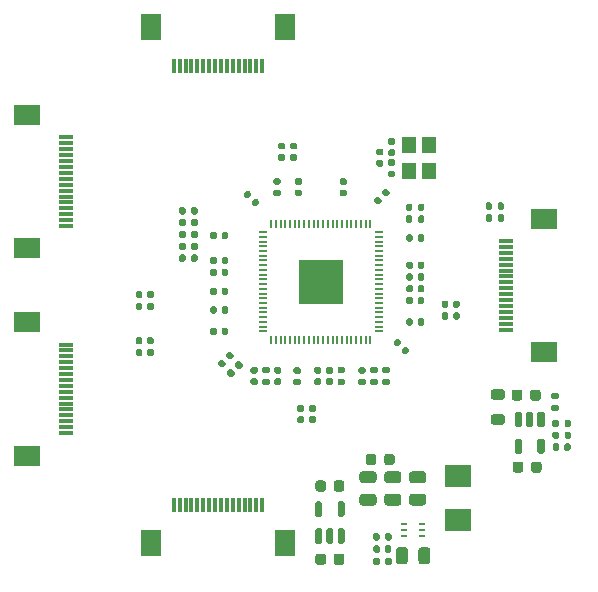
<source format=gbr>
G04 #@! TF.GenerationSoftware,KiCad,Pcbnew,8.0.4*
G04 #@! TF.CreationDate,2024-11-09T11:53:38-08:00*
G04 #@! TF.ProjectId,ASM2806_Breakout,41534d32-3830-4365-9f42-7265616b6f75,rev?*
G04 #@! TF.SameCoordinates,Original*
G04 #@! TF.FileFunction,Paste,Top*
G04 #@! TF.FilePolarity,Positive*
%FSLAX46Y46*%
G04 Gerber Fmt 4.6, Leading zero omitted, Abs format (unit mm)*
G04 Created by KiCad (PCBNEW 8.0.4) date 2024-11-09 11:53:38*
%MOMM*%
%LPD*%
G01*
G04 APERTURE LIST*
%ADD10R,1.300000X0.300000*%
%ADD11R,2.200000X1.800000*%
%ADD12O,0.800000X0.200000*%
%ADD13O,0.200000X0.800000*%
%ADD14R,3.750000X3.750000*%
%ADD15R,0.609600X0.279400*%
%ADD16R,1.200000X1.400000*%
%ADD17R,0.300000X1.300000*%
%ADD18R,1.800000X2.200000*%
%ADD19R,2.286000X1.854500*%
G04 APERTURE END LIST*
G04 #@! TO.C,R7*
G36*
G01*
X140757500Y-119015000D02*
X140757500Y-119385000D01*
G75*
G02*
X140622500Y-119520000I-135000J0D01*
G01*
X140352500Y-119520000D01*
G75*
G02*
X140217500Y-119385000I0J135000D01*
G01*
X140217500Y-119015000D01*
G75*
G02*
X140352500Y-118880000I135000J0D01*
G01*
X140622500Y-118880000D01*
G75*
G02*
X140757500Y-119015000I0J-135000D01*
G01*
G37*
G36*
G01*
X139737500Y-119015000D02*
X139737500Y-119385000D01*
G75*
G02*
X139602500Y-119520000I-135000J0D01*
G01*
X139332500Y-119520000D01*
G75*
G02*
X139197500Y-119385000I0J135000D01*
G01*
X139197500Y-119015000D01*
G75*
G02*
X139332500Y-118880000I135000J0D01*
G01*
X139602500Y-118880000D01*
G75*
G02*
X139737500Y-119015000I0J-135000D01*
G01*
G37*
G04 #@! TD*
G04 #@! TO.C,C25*
G36*
G01*
X151087500Y-130940000D02*
X150747500Y-130940000D01*
G75*
G02*
X150607500Y-130800000I0J140000D01*
G01*
X150607500Y-130520000D01*
G75*
G02*
X150747500Y-130380000I140000J0D01*
G01*
X151087500Y-130380000D01*
G75*
G02*
X151227500Y-130520000I0J-140000D01*
G01*
X151227500Y-130800000D01*
G75*
G02*
X151087500Y-130940000I-140000J0D01*
G01*
G37*
G36*
G01*
X151087500Y-129980000D02*
X150747500Y-129980000D01*
G75*
G02*
X150607500Y-129840000I0J140000D01*
G01*
X150607500Y-129560000D01*
G75*
G02*
X150747500Y-129420000I140000J0D01*
G01*
X151087500Y-129420000D01*
G75*
G02*
X151227500Y-129560000I0J-140000D01*
G01*
X151227500Y-129840000D01*
G75*
G02*
X151087500Y-129980000I-140000J0D01*
G01*
G37*
G04 #@! TD*
D10*
G04 #@! TO.C,J2*
X129577500Y-127516666D03*
X129577500Y-128016666D03*
X129577500Y-128516666D03*
X129577500Y-129016666D03*
X129577500Y-129516666D03*
X129577500Y-130016666D03*
X129577500Y-130516666D03*
X129577500Y-131016666D03*
X129577500Y-131516666D03*
X129577500Y-132016666D03*
X129577500Y-132516666D03*
X129577500Y-133016666D03*
X129577500Y-133516666D03*
X129577500Y-134016666D03*
X129577500Y-134516666D03*
X129577500Y-135016666D03*
D11*
X126327500Y-125616666D03*
X126327500Y-136916666D03*
G04 #@! TD*
G04 #@! TO.C,C16*
G36*
G01*
X149047500Y-111960000D02*
X148707500Y-111960000D01*
G75*
G02*
X148567500Y-111820000I0J140000D01*
G01*
X148567500Y-111540000D01*
G75*
G02*
X148707500Y-111400000I140000J0D01*
G01*
X149047500Y-111400000D01*
G75*
G02*
X149187500Y-111540000I0J-140000D01*
G01*
X149187500Y-111820000D01*
G75*
G02*
X149047500Y-111960000I-140000J0D01*
G01*
G37*
G36*
G01*
X149047500Y-111000000D02*
X148707500Y-111000000D01*
G75*
G02*
X148567500Y-110860000I0J140000D01*
G01*
X148567500Y-110580000D01*
G75*
G02*
X148707500Y-110440000I140000J0D01*
G01*
X149047500Y-110440000D01*
G75*
G02*
X149187500Y-110580000I0J-140000D01*
G01*
X149187500Y-110860000D01*
G75*
G02*
X149047500Y-111000000I-140000J0D01*
G01*
G37*
G04 #@! TD*
G04 #@! TO.C,C27*
G36*
G01*
X143482807Y-130257609D02*
X143242391Y-130017193D01*
G75*
G02*
X143242391Y-129819203I98995J98995D01*
G01*
X143440381Y-129621213D01*
G75*
G02*
X143638371Y-129621213I98995J-98995D01*
G01*
X143878787Y-129861629D01*
G75*
G02*
X143878787Y-130059619I-98995J-98995D01*
G01*
X143680797Y-130257609D01*
G75*
G02*
X143482807Y-130257609I-98995J98995D01*
G01*
G37*
G36*
G01*
X144161629Y-129578787D02*
X143921213Y-129338371D01*
G75*
G02*
X143921213Y-129140381I98995J98995D01*
G01*
X144119203Y-128942391D01*
G75*
G02*
X144317193Y-128942391I98995J-98995D01*
G01*
X144557609Y-129182807D01*
G75*
G02*
X144557609Y-129380797I-98995J-98995D01*
G01*
X144359619Y-129578787D01*
G75*
G02*
X144161629Y-129578787I-98995J98995D01*
G01*
G37*
G04 #@! TD*
G04 #@! TO.C,C18*
G36*
G01*
X149307500Y-132640000D02*
X149647500Y-132640000D01*
G75*
G02*
X149787500Y-132780000I0J-140000D01*
G01*
X149787500Y-133060000D01*
G75*
G02*
X149647500Y-133200000I-140000J0D01*
G01*
X149307500Y-133200000D01*
G75*
G02*
X149167500Y-133060000I0J140000D01*
G01*
X149167500Y-132780000D01*
G75*
G02*
X149307500Y-132640000I140000J0D01*
G01*
G37*
G36*
G01*
X149307500Y-133600000D02*
X149647500Y-133600000D01*
G75*
G02*
X149787500Y-133740000I0J-140000D01*
G01*
X149787500Y-134020000D01*
G75*
G02*
X149647500Y-134160000I-140000J0D01*
G01*
X149307500Y-134160000D01*
G75*
G02*
X149167500Y-134020000I0J140000D01*
G01*
X149167500Y-133740000D01*
G75*
G02*
X149307500Y-133600000I140000J0D01*
G01*
G37*
G04 #@! TD*
G04 #@! TO.C,R18*
G36*
G01*
X165130000Y-115985000D02*
X165130000Y-115615000D01*
G75*
G02*
X165265000Y-115480000I135000J0D01*
G01*
X165535000Y-115480000D01*
G75*
G02*
X165670000Y-115615000I0J-135000D01*
G01*
X165670000Y-115985000D01*
G75*
G02*
X165535000Y-116120000I-135000J0D01*
G01*
X165265000Y-116120000D01*
G75*
G02*
X165130000Y-115985000I0J135000D01*
G01*
G37*
G36*
G01*
X166150000Y-115985000D02*
X166150000Y-115615000D01*
G75*
G02*
X166285000Y-115480000I135000J0D01*
G01*
X166555000Y-115480000D01*
G75*
G02*
X166690000Y-115615000I0J-135000D01*
G01*
X166690000Y-115985000D01*
G75*
G02*
X166555000Y-116120000I-135000J0D01*
G01*
X166285000Y-116120000D01*
G75*
G02*
X166150000Y-115985000I0J135000D01*
G01*
G37*
G04 #@! TD*
G04 #@! TO.C,C31*
G36*
G01*
X159937500Y-121630000D02*
X159937500Y-121970000D01*
G75*
G02*
X159797500Y-122110000I-140000J0D01*
G01*
X159517500Y-122110000D01*
G75*
G02*
X159377500Y-121970000I0J140000D01*
G01*
X159377500Y-121630000D01*
G75*
G02*
X159517500Y-121490000I140000J0D01*
G01*
X159797500Y-121490000D01*
G75*
G02*
X159937500Y-121630000I0J-140000D01*
G01*
G37*
G36*
G01*
X158977500Y-121630000D02*
X158977500Y-121970000D01*
G75*
G02*
X158837500Y-122110000I-140000J0D01*
G01*
X158557500Y-122110000D01*
G75*
G02*
X158417500Y-121970000I0J140000D01*
G01*
X158417500Y-121630000D01*
G75*
G02*
X158557500Y-121490000I140000J0D01*
G01*
X158837500Y-121490000D01*
G75*
G02*
X158977500Y-121630000I0J-140000D01*
G01*
G37*
G04 #@! TD*
G04 #@! TO.C,R3*
G36*
G01*
X155515000Y-129400000D02*
X155885000Y-129400000D01*
G75*
G02*
X156020000Y-129535000I0J-135000D01*
G01*
X156020000Y-129805000D01*
G75*
G02*
X155885000Y-129940000I-135000J0D01*
G01*
X155515000Y-129940000D01*
G75*
G02*
X155380000Y-129805000I0J135000D01*
G01*
X155380000Y-129535000D01*
G75*
G02*
X155515000Y-129400000I135000J0D01*
G01*
G37*
G36*
G01*
X155515000Y-130420000D02*
X155885000Y-130420000D01*
G75*
G02*
X156020000Y-130555000I0J-135000D01*
G01*
X156020000Y-130825000D01*
G75*
G02*
X155885000Y-130960000I-135000J0D01*
G01*
X155515000Y-130960000D01*
G75*
G02*
X155380000Y-130825000I0J135000D01*
G01*
X155380000Y-130555000D01*
G75*
G02*
X155515000Y-130420000I135000J0D01*
G01*
G37*
G04 #@! TD*
G04 #@! TO.C,C28*
G36*
G01*
X152087500Y-130940000D02*
X151747500Y-130940000D01*
G75*
G02*
X151607500Y-130800000I0J140000D01*
G01*
X151607500Y-130520000D01*
G75*
G02*
X151747500Y-130380000I140000J0D01*
G01*
X152087500Y-130380000D01*
G75*
G02*
X152227500Y-130520000I0J-140000D01*
G01*
X152227500Y-130800000D01*
G75*
G02*
X152087500Y-130940000I-140000J0D01*
G01*
G37*
G36*
G01*
X152087500Y-129980000D02*
X151747500Y-129980000D01*
G75*
G02*
X151607500Y-129840000I0J140000D01*
G01*
X151607500Y-129560000D01*
G75*
G02*
X151747500Y-129420000I140000J0D01*
G01*
X152087500Y-129420000D01*
G75*
G02*
X152227500Y-129560000I0J-140000D01*
G01*
X152227500Y-129840000D01*
G75*
G02*
X152087500Y-129980000I-140000J0D01*
G01*
G37*
G04 #@! TD*
G04 #@! TO.C,C22*
G36*
G01*
X157752500Y-141150000D02*
X156802500Y-141150000D01*
G75*
G02*
X156552500Y-140900000I0J250000D01*
G01*
X156552500Y-140400000D01*
G75*
G02*
X156802500Y-140150000I250000J0D01*
G01*
X157752500Y-140150000D01*
G75*
G02*
X158002500Y-140400000I0J-250000D01*
G01*
X158002500Y-140900000D01*
G75*
G02*
X157752500Y-141150000I-250000J0D01*
G01*
G37*
G36*
G01*
X157752500Y-139250000D02*
X156802500Y-139250000D01*
G75*
G02*
X156552500Y-139000000I0J250000D01*
G01*
X156552500Y-138500000D01*
G75*
G02*
X156802500Y-138250000I250000J0D01*
G01*
X157752500Y-138250000D01*
G75*
G02*
X158002500Y-138500000I0J-250000D01*
G01*
X158002500Y-139000000D01*
G75*
G02*
X157752500Y-139250000I-250000J0D01*
G01*
G37*
G04 #@! TD*
D12*
G04 #@! TO.C,U4*
X146277500Y-118000000D03*
X146277500Y-118400000D03*
X146277500Y-118800000D03*
X146277500Y-119200000D03*
X146277500Y-119600000D03*
X146277500Y-120000000D03*
X146277500Y-120400000D03*
X146277500Y-120800000D03*
X146277500Y-121200000D03*
X146277500Y-121600000D03*
X146277500Y-122000000D03*
X146277500Y-122400000D03*
X146277500Y-122800000D03*
X146277500Y-123200000D03*
X146277500Y-123600000D03*
X146277500Y-124000000D03*
X146277500Y-124400000D03*
X146277500Y-124800000D03*
X146277500Y-125200000D03*
X146277500Y-125600000D03*
X146277500Y-126000000D03*
X146277500Y-126400000D03*
D13*
X146977500Y-127100000D03*
X147377500Y-127100000D03*
X147777500Y-127100000D03*
X148177500Y-127100000D03*
X148577500Y-127100000D03*
X148977500Y-127100000D03*
X149377500Y-127100000D03*
X149777500Y-127100000D03*
X150177500Y-127100000D03*
X150577500Y-127100000D03*
X150977500Y-127100000D03*
X151377500Y-127100000D03*
X151777500Y-127100000D03*
X152177500Y-127100000D03*
X152577500Y-127100000D03*
X152977500Y-127100000D03*
X153377500Y-127100000D03*
X153777500Y-127100000D03*
X154177500Y-127100000D03*
X154577500Y-127100000D03*
X154977500Y-127100000D03*
X155377500Y-127100000D03*
D12*
X156077500Y-126400000D03*
X156077500Y-126000000D03*
X156077500Y-125600000D03*
X156077500Y-125200000D03*
X156077500Y-124800000D03*
X156077500Y-124400000D03*
X156077500Y-124000000D03*
X156077500Y-123600000D03*
X156077500Y-123200000D03*
X156077500Y-122800000D03*
X156077500Y-122400000D03*
X156077500Y-122000000D03*
X156077500Y-121600000D03*
X156077500Y-121200000D03*
X156077500Y-120800000D03*
X156077500Y-120400000D03*
X156077500Y-120000000D03*
X156077500Y-119600000D03*
X156077500Y-119200000D03*
X156077500Y-118800000D03*
X156077500Y-118400000D03*
X156077500Y-118000000D03*
D13*
X155377500Y-117300000D03*
X154977500Y-117300000D03*
X154577500Y-117300000D03*
X154177500Y-117300000D03*
X153777500Y-117300000D03*
X153377500Y-117300000D03*
X152977500Y-117300000D03*
X152577500Y-117300000D03*
X152177500Y-117300000D03*
X151777500Y-117300000D03*
X151377500Y-117300000D03*
X150977500Y-117300000D03*
X150577500Y-117300000D03*
X150177500Y-117300000D03*
X149777500Y-117300000D03*
X149377500Y-117300000D03*
X148977500Y-117300000D03*
X148577500Y-117300000D03*
X148177500Y-117300000D03*
X147777500Y-117300000D03*
X147377500Y-117300000D03*
X146977500Y-117300000D03*
D14*
X151177500Y-122200000D03*
G04 #@! TD*
G04 #@! TO.C,C33*
G36*
G01*
X152907500Y-113440000D02*
X153247500Y-113440000D01*
G75*
G02*
X153387500Y-113580000I0J-140000D01*
G01*
X153387500Y-113860000D01*
G75*
G02*
X153247500Y-114000000I-140000J0D01*
G01*
X152907500Y-114000000D01*
G75*
G02*
X152767500Y-113860000I0J140000D01*
G01*
X152767500Y-113580000D01*
G75*
G02*
X152907500Y-113440000I140000J0D01*
G01*
G37*
G36*
G01*
X152907500Y-114400000D02*
X153247500Y-114400000D01*
G75*
G02*
X153387500Y-114540000I0J-140000D01*
G01*
X153387500Y-114820000D01*
G75*
G02*
X153247500Y-114960000I-140000J0D01*
G01*
X152907500Y-114960000D01*
G75*
G02*
X152767500Y-114820000I0J140000D01*
G01*
X152767500Y-114540000D01*
G75*
G02*
X152907500Y-114400000I140000J0D01*
G01*
G37*
G04 #@! TD*
D15*
G04 #@! TO.C,U1*
X159726800Y-143750126D03*
X159726800Y-143250000D03*
X159726800Y-142749874D03*
X158228200Y-142749874D03*
X158228200Y-143250000D03*
X158228200Y-143750126D03*
G04 #@! TD*
G04 #@! TO.C,C17*
G36*
G01*
X148047500Y-111960000D02*
X147707500Y-111960000D01*
G75*
G02*
X147567500Y-111820000I0J140000D01*
G01*
X147567500Y-111540000D01*
G75*
G02*
X147707500Y-111400000I140000J0D01*
G01*
X148047500Y-111400000D01*
G75*
G02*
X148187500Y-111540000I0J-140000D01*
G01*
X148187500Y-111820000D01*
G75*
G02*
X148047500Y-111960000I-140000J0D01*
G01*
G37*
G36*
G01*
X148047500Y-111000000D02*
X147707500Y-111000000D01*
G75*
G02*
X147567500Y-110860000I0J140000D01*
G01*
X147567500Y-110580000D01*
G75*
G02*
X147707500Y-110440000I140000J0D01*
G01*
X148047500Y-110440000D01*
G75*
G02*
X148187500Y-110580000I0J-140000D01*
G01*
X148187500Y-110860000D01*
G75*
G02*
X148047500Y-111000000I-140000J0D01*
G01*
G37*
G04 #@! TD*
G04 #@! TO.C,C42*
G36*
G01*
X159937500Y-125430000D02*
X159937500Y-125770000D01*
G75*
G02*
X159797500Y-125910000I-140000J0D01*
G01*
X159517500Y-125910000D01*
G75*
G02*
X159377500Y-125770000I0J140000D01*
G01*
X159377500Y-125430000D01*
G75*
G02*
X159517500Y-125290000I140000J0D01*
G01*
X159797500Y-125290000D01*
G75*
G02*
X159937500Y-125430000I0J-140000D01*
G01*
G37*
G36*
G01*
X158977500Y-125430000D02*
X158977500Y-125770000D01*
G75*
G02*
X158837500Y-125910000I-140000J0D01*
G01*
X158557500Y-125910000D01*
G75*
G02*
X158417500Y-125770000I0J140000D01*
G01*
X158417500Y-125430000D01*
G75*
G02*
X158557500Y-125290000I140000J0D01*
G01*
X158837500Y-125290000D01*
G75*
G02*
X158977500Y-125430000I0J-140000D01*
G01*
G37*
G04 #@! TD*
G04 #@! TO.C,R11*
G36*
G01*
X146722500Y-130960000D02*
X146352500Y-130960000D01*
G75*
G02*
X146217500Y-130825000I0J135000D01*
G01*
X146217500Y-130555000D01*
G75*
G02*
X146352500Y-130420000I135000J0D01*
G01*
X146722500Y-130420000D01*
G75*
G02*
X146857500Y-130555000I0J-135000D01*
G01*
X146857500Y-130825000D01*
G75*
G02*
X146722500Y-130960000I-135000J0D01*
G01*
G37*
G36*
G01*
X146722500Y-129940000D02*
X146352500Y-129940000D01*
G75*
G02*
X146217500Y-129805000I0J135000D01*
G01*
X146217500Y-129535000D01*
G75*
G02*
X146352500Y-129400000I135000J0D01*
G01*
X146722500Y-129400000D01*
G75*
G02*
X146857500Y-129535000I0J-135000D01*
G01*
X146857500Y-129805000D01*
G75*
G02*
X146722500Y-129940000I-135000J0D01*
G01*
G37*
G04 #@! TD*
G04 #@! TO.C,R10*
G36*
G01*
X159957500Y-115715000D02*
X159957500Y-116085000D01*
G75*
G02*
X159822500Y-116220000I-135000J0D01*
G01*
X159552500Y-116220000D01*
G75*
G02*
X159417500Y-116085000I0J135000D01*
G01*
X159417500Y-115715000D01*
G75*
G02*
X159552500Y-115580000I135000J0D01*
G01*
X159822500Y-115580000D01*
G75*
G02*
X159957500Y-115715000I0J-135000D01*
G01*
G37*
G36*
G01*
X158937500Y-115715000D02*
X158937500Y-116085000D01*
G75*
G02*
X158802500Y-116220000I-135000J0D01*
G01*
X158532500Y-116220000D01*
G75*
G02*
X158397500Y-116085000I0J135000D01*
G01*
X158397500Y-115715000D01*
G75*
G02*
X158532500Y-115580000I135000J0D01*
G01*
X158802500Y-115580000D01*
G75*
G02*
X158937500Y-115715000I0J-135000D01*
G01*
G37*
G04 #@! TD*
G04 #@! TO.C,FB1*
G36*
G01*
X157425000Y-136993750D02*
X157425000Y-137506250D01*
G75*
G02*
X157206250Y-137725000I-218750J0D01*
G01*
X156768750Y-137725000D01*
G75*
G02*
X156550000Y-137506250I0J218750D01*
G01*
X156550000Y-136993750D01*
G75*
G02*
X156768750Y-136775000I218750J0D01*
G01*
X157206250Y-136775000D01*
G75*
G02*
X157425000Y-136993750I0J-218750D01*
G01*
G37*
G36*
G01*
X155850000Y-136993750D02*
X155850000Y-137506250D01*
G75*
G02*
X155631250Y-137725000I-218750J0D01*
G01*
X155193750Y-137725000D01*
G75*
G02*
X154975000Y-137506250I0J218750D01*
G01*
X154975000Y-136993750D01*
G75*
G02*
X155193750Y-136775000I218750J0D01*
G01*
X155631250Y-136775000D01*
G75*
G02*
X155850000Y-136993750I0J-218750D01*
G01*
G37*
G04 #@! TD*
G04 #@! TO.C,C46*
G36*
G01*
X141817500Y-123170000D02*
X141817500Y-122830000D01*
G75*
G02*
X141957500Y-122690000I140000J0D01*
G01*
X142237500Y-122690000D01*
G75*
G02*
X142377500Y-122830000I0J-140000D01*
G01*
X142377500Y-123170000D01*
G75*
G02*
X142237500Y-123310000I-140000J0D01*
G01*
X141957500Y-123310000D01*
G75*
G02*
X141817500Y-123170000I0J140000D01*
G01*
G37*
G36*
G01*
X142777500Y-123170000D02*
X142777500Y-122830000D01*
G75*
G02*
X142917500Y-122690000I140000J0D01*
G01*
X143197500Y-122690000D01*
G75*
G02*
X143337500Y-122830000I0J-140000D01*
G01*
X143337500Y-123170000D01*
G75*
G02*
X143197500Y-123310000I-140000J0D01*
G01*
X142917500Y-123310000D01*
G75*
G02*
X142777500Y-123170000I0J140000D01*
G01*
G37*
G04 #@! TD*
G04 #@! TO.C,C5*
G36*
G01*
X170817500Y-136370000D02*
X170817500Y-136030000D01*
G75*
G02*
X170957500Y-135890000I140000J0D01*
G01*
X171237500Y-135890000D01*
G75*
G02*
X171377500Y-136030000I0J-140000D01*
G01*
X171377500Y-136370000D01*
G75*
G02*
X171237500Y-136510000I-140000J0D01*
G01*
X170957500Y-136510000D01*
G75*
G02*
X170817500Y-136370000I0J140000D01*
G01*
G37*
G36*
G01*
X171777500Y-136370000D02*
X171777500Y-136030000D01*
G75*
G02*
X171917500Y-135890000I140000J0D01*
G01*
X172197500Y-135890000D01*
G75*
G02*
X172337500Y-136030000I0J-140000D01*
G01*
X172337500Y-136370000D01*
G75*
G02*
X172197500Y-136510000I-140000J0D01*
G01*
X171917500Y-136510000D01*
G75*
G02*
X171777500Y-136370000I0J140000D01*
G01*
G37*
G04 #@! TD*
G04 #@! TO.C,C4*
G36*
G01*
X160450000Y-144925000D02*
X160450000Y-145875000D01*
G75*
G02*
X160200000Y-146125000I-250000J0D01*
G01*
X159700000Y-146125000D01*
G75*
G02*
X159450000Y-145875000I0J250000D01*
G01*
X159450000Y-144925000D01*
G75*
G02*
X159700000Y-144675000I250000J0D01*
G01*
X160200000Y-144675000D01*
G75*
G02*
X160450000Y-144925000I0J-250000D01*
G01*
G37*
G36*
G01*
X158550000Y-144925000D02*
X158550000Y-145875000D01*
G75*
G02*
X158300000Y-146125000I-250000J0D01*
G01*
X157800000Y-146125000D01*
G75*
G02*
X157550000Y-145875000I0J250000D01*
G01*
X157550000Y-144925000D01*
G75*
G02*
X157800000Y-144675000I250000J0D01*
G01*
X158300000Y-144675000D01*
G75*
G02*
X158550000Y-144925000I0J-250000D01*
G01*
G37*
G04 #@! TD*
G04 #@! TO.C,C3*
G36*
G01*
X157347500Y-111560000D02*
X157007500Y-111560000D01*
G75*
G02*
X156867500Y-111420000I0J140000D01*
G01*
X156867500Y-111140000D01*
G75*
G02*
X157007500Y-111000000I140000J0D01*
G01*
X157347500Y-111000000D01*
G75*
G02*
X157487500Y-111140000I0J-140000D01*
G01*
X157487500Y-111420000D01*
G75*
G02*
X157347500Y-111560000I-140000J0D01*
G01*
G37*
G36*
G01*
X157347500Y-110600000D02*
X157007500Y-110600000D01*
G75*
G02*
X156867500Y-110460000I0J140000D01*
G01*
X156867500Y-110180000D01*
G75*
G02*
X157007500Y-110040000I140000J0D01*
G01*
X157347500Y-110040000D01*
G75*
G02*
X157487500Y-110180000I0J-140000D01*
G01*
X157487500Y-110460000D01*
G75*
G02*
X157347500Y-110600000I-140000J0D01*
G01*
G37*
G04 #@! TD*
G04 #@! TO.C,C39*
G36*
G01*
X141817500Y-124770000D02*
X141817500Y-124430000D01*
G75*
G02*
X141957500Y-124290000I140000J0D01*
G01*
X142237500Y-124290000D01*
G75*
G02*
X142377500Y-124430000I0J-140000D01*
G01*
X142377500Y-124770000D01*
G75*
G02*
X142237500Y-124910000I-140000J0D01*
G01*
X141957500Y-124910000D01*
G75*
G02*
X141817500Y-124770000I0J140000D01*
G01*
G37*
G36*
G01*
X142777500Y-124770000D02*
X142777500Y-124430000D01*
G75*
G02*
X142917500Y-124290000I140000J0D01*
G01*
X143197500Y-124290000D01*
G75*
G02*
X143337500Y-124430000I0J-140000D01*
G01*
X143337500Y-124770000D01*
G75*
G02*
X143197500Y-124910000I-140000J0D01*
G01*
X142917500Y-124910000D01*
G75*
G02*
X142777500Y-124770000I0J140000D01*
G01*
G37*
G04 #@! TD*
G04 #@! TO.C,R16*
G36*
G01*
X170797500Y-134385000D02*
X170797500Y-134015000D01*
G75*
G02*
X170932500Y-133880000I135000J0D01*
G01*
X171202500Y-133880000D01*
G75*
G02*
X171337500Y-134015000I0J-135000D01*
G01*
X171337500Y-134385000D01*
G75*
G02*
X171202500Y-134520000I-135000J0D01*
G01*
X170932500Y-134520000D01*
G75*
G02*
X170797500Y-134385000I0J135000D01*
G01*
G37*
G36*
G01*
X171817500Y-134385000D02*
X171817500Y-134015000D01*
G75*
G02*
X171952500Y-133880000I135000J0D01*
G01*
X172222500Y-133880000D01*
G75*
G02*
X172357500Y-134015000I0J-135000D01*
G01*
X172357500Y-134385000D01*
G75*
G02*
X172222500Y-134520000I-135000J0D01*
G01*
X171952500Y-134520000D01*
G75*
G02*
X171817500Y-134385000I0J135000D01*
G01*
G37*
G04 #@! TD*
G04 #@! TO.C,C29*
G36*
G01*
X159937500Y-118330000D02*
X159937500Y-118670000D01*
G75*
G02*
X159797500Y-118810000I-140000J0D01*
G01*
X159517500Y-118810000D01*
G75*
G02*
X159377500Y-118670000I0J140000D01*
G01*
X159377500Y-118330000D01*
G75*
G02*
X159517500Y-118190000I140000J0D01*
G01*
X159797500Y-118190000D01*
G75*
G02*
X159937500Y-118330000I0J-140000D01*
G01*
G37*
G36*
G01*
X158977500Y-118330000D02*
X158977500Y-118670000D01*
G75*
G02*
X158837500Y-118810000I-140000J0D01*
G01*
X158557500Y-118810000D01*
G75*
G02*
X158417500Y-118670000I0J140000D01*
G01*
X158417500Y-118330000D01*
G75*
G02*
X158557500Y-118190000I140000J0D01*
G01*
X158837500Y-118190000D01*
G75*
G02*
X158977500Y-118330000I0J-140000D01*
G01*
G37*
G04 #@! TD*
D16*
G04 #@! TO.C,Y1*
X160327500Y-112850000D03*
X160327500Y-110650000D03*
X158627500Y-110650000D03*
X158627500Y-112850000D03*
G04 #@! TD*
G04 #@! TO.C,C30*
G36*
G01*
X159937500Y-120630000D02*
X159937500Y-120970000D01*
G75*
G02*
X159797500Y-121110000I-140000J0D01*
G01*
X159517500Y-121110000D01*
G75*
G02*
X159377500Y-120970000I0J140000D01*
G01*
X159377500Y-120630000D01*
G75*
G02*
X159517500Y-120490000I140000J0D01*
G01*
X159797500Y-120490000D01*
G75*
G02*
X159937500Y-120630000I0J-140000D01*
G01*
G37*
G36*
G01*
X158977500Y-120630000D02*
X158977500Y-120970000D01*
G75*
G02*
X158837500Y-121110000I-140000J0D01*
G01*
X158557500Y-121110000D01*
G75*
G02*
X158417500Y-120970000I0J140000D01*
G01*
X158417500Y-120630000D01*
G75*
G02*
X158557500Y-120490000I140000J0D01*
G01*
X158837500Y-120490000D01*
G75*
G02*
X158977500Y-120630000I0J-140000D01*
G01*
G37*
G04 #@! TD*
G04 #@! TO.C,C14*
G36*
G01*
X137037500Y-123130000D02*
X137037500Y-123470000D01*
G75*
G02*
X136897500Y-123610000I-140000J0D01*
G01*
X136617500Y-123610000D01*
G75*
G02*
X136477500Y-123470000I0J140000D01*
G01*
X136477500Y-123130000D01*
G75*
G02*
X136617500Y-122990000I140000J0D01*
G01*
X136897500Y-122990000D01*
G75*
G02*
X137037500Y-123130000I0J-140000D01*
G01*
G37*
G36*
G01*
X136077500Y-123130000D02*
X136077500Y-123470000D01*
G75*
G02*
X135937500Y-123610000I-140000J0D01*
G01*
X135657500Y-123610000D01*
G75*
G02*
X135517500Y-123470000I0J140000D01*
G01*
X135517500Y-123130000D01*
G75*
G02*
X135657500Y-122990000I140000J0D01*
G01*
X135937500Y-122990000D01*
G75*
G02*
X136077500Y-123130000I0J-140000D01*
G01*
G37*
G04 #@! TD*
G04 #@! TO.C,C36*
G36*
G01*
X149107500Y-113440000D02*
X149447500Y-113440000D01*
G75*
G02*
X149587500Y-113580000I0J-140000D01*
G01*
X149587500Y-113860000D01*
G75*
G02*
X149447500Y-114000000I-140000J0D01*
G01*
X149107500Y-114000000D01*
G75*
G02*
X148967500Y-113860000I0J140000D01*
G01*
X148967500Y-113580000D01*
G75*
G02*
X149107500Y-113440000I140000J0D01*
G01*
G37*
G36*
G01*
X149107500Y-114400000D02*
X149447500Y-114400000D01*
G75*
G02*
X149587500Y-114540000I0J-140000D01*
G01*
X149587500Y-114820000D01*
G75*
G02*
X149447500Y-114960000I-140000J0D01*
G01*
X149107500Y-114960000D01*
G75*
G02*
X148967500Y-114820000I0J140000D01*
G01*
X148967500Y-114540000D01*
G75*
G02*
X149107500Y-114400000I140000J0D01*
G01*
G37*
G04 #@! TD*
G04 #@! TO.C,C19*
G36*
G01*
X150307500Y-132640000D02*
X150647500Y-132640000D01*
G75*
G02*
X150787500Y-132780000I0J-140000D01*
G01*
X150787500Y-133060000D01*
G75*
G02*
X150647500Y-133200000I-140000J0D01*
G01*
X150307500Y-133200000D01*
G75*
G02*
X150167500Y-133060000I0J140000D01*
G01*
X150167500Y-132780000D01*
G75*
G02*
X150307500Y-132640000I140000J0D01*
G01*
G37*
G36*
G01*
X150307500Y-133600000D02*
X150647500Y-133600000D01*
G75*
G02*
X150787500Y-133740000I0J-140000D01*
G01*
X150787500Y-134020000D01*
G75*
G02*
X150647500Y-134160000I-140000J0D01*
G01*
X150307500Y-134160000D01*
G75*
G02*
X150167500Y-134020000I0J140000D01*
G01*
X150167500Y-133740000D01*
G75*
G02*
X150307500Y-133600000I140000J0D01*
G01*
G37*
G04 #@! TD*
G04 #@! TO.C,C47*
G36*
G01*
X141817500Y-126570000D02*
X141817500Y-126230000D01*
G75*
G02*
X141957500Y-126090000I140000J0D01*
G01*
X142237500Y-126090000D01*
G75*
G02*
X142377500Y-126230000I0J-140000D01*
G01*
X142377500Y-126570000D01*
G75*
G02*
X142237500Y-126710000I-140000J0D01*
G01*
X141957500Y-126710000D01*
G75*
G02*
X141817500Y-126570000I0J140000D01*
G01*
G37*
G36*
G01*
X142777500Y-126570000D02*
X142777500Y-126230000D01*
G75*
G02*
X142917500Y-126090000I140000J0D01*
G01*
X143197500Y-126090000D01*
G75*
G02*
X143337500Y-126230000I0J-140000D01*
G01*
X143337500Y-126570000D01*
G75*
G02*
X143197500Y-126710000I-140000J0D01*
G01*
X142917500Y-126710000D01*
G75*
G02*
X142777500Y-126570000I0J140000D01*
G01*
G37*
G04 #@! TD*
D17*
G04 #@! TO.C,J5*
X138727500Y-141100000D03*
X139227500Y-141100000D03*
X139727500Y-141100000D03*
X140227500Y-141100000D03*
X140727500Y-141100000D03*
X141227500Y-141100000D03*
X141727500Y-141100000D03*
X142227500Y-141100000D03*
X142727500Y-141100000D03*
X143227500Y-141100000D03*
X143727500Y-141100000D03*
X144227500Y-141100000D03*
X144727500Y-141100000D03*
X145227500Y-141100000D03*
X145727500Y-141100000D03*
X146227500Y-141100000D03*
D18*
X136827500Y-144350000D03*
X148127500Y-144350000D03*
G04 #@! TD*
D17*
G04 #@! TO.C,J4*
X146227500Y-103900000D03*
X145727500Y-103900000D03*
X145227500Y-103900000D03*
X144727500Y-103900000D03*
X144227500Y-103900000D03*
X143727500Y-103900000D03*
X143227500Y-103900000D03*
X142727500Y-103900000D03*
X142227500Y-103900000D03*
X141727500Y-103900000D03*
X141227500Y-103900000D03*
X140727500Y-103900000D03*
X140227500Y-103900000D03*
X139727500Y-103900000D03*
X139227500Y-103900000D03*
X138727500Y-103900000D03*
D18*
X148127500Y-100650000D03*
X136827500Y-100650000D03*
G04 #@! TD*
G04 #@! TO.C,C7*
G36*
G01*
X150725000Y-139750000D02*
X150725000Y-139250000D01*
G75*
G02*
X150950000Y-139025000I225000J0D01*
G01*
X151400000Y-139025000D01*
G75*
G02*
X151625000Y-139250000I0J-225000D01*
G01*
X151625000Y-139750000D01*
G75*
G02*
X151400000Y-139975000I-225000J0D01*
G01*
X150950000Y-139975000D01*
G75*
G02*
X150725000Y-139750000I0J225000D01*
G01*
G37*
G36*
G01*
X152275000Y-139750000D02*
X152275000Y-139250000D01*
G75*
G02*
X152500000Y-139025000I225000J0D01*
G01*
X152950000Y-139025000D01*
G75*
G02*
X153175000Y-139250000I0J-225000D01*
G01*
X153175000Y-139750000D01*
G75*
G02*
X152950000Y-139975000I-225000J0D01*
G01*
X152500000Y-139975000D01*
G75*
G02*
X152275000Y-139750000I0J225000D01*
G01*
G37*
G04 #@! TD*
G04 #@! TO.C,R14*
G36*
G01*
X155620000Y-143985000D02*
X155620000Y-143615000D01*
G75*
G02*
X155755000Y-143480000I135000J0D01*
G01*
X156025000Y-143480000D01*
G75*
G02*
X156160000Y-143615000I0J-135000D01*
G01*
X156160000Y-143985000D01*
G75*
G02*
X156025000Y-144120000I-135000J0D01*
G01*
X155755000Y-144120000D01*
G75*
G02*
X155620000Y-143985000I0J135000D01*
G01*
G37*
G36*
G01*
X156640000Y-143985000D02*
X156640000Y-143615000D01*
G75*
G02*
X156775000Y-143480000I135000J0D01*
G01*
X157045000Y-143480000D01*
G75*
G02*
X157180000Y-143615000I0J-135000D01*
G01*
X157180000Y-143985000D01*
G75*
G02*
X157045000Y-144120000I-135000J0D01*
G01*
X156775000Y-144120000D01*
G75*
G02*
X156640000Y-143985000I0J135000D01*
G01*
G37*
G04 #@! TD*
G04 #@! TO.C,C26*
G36*
G01*
X154847500Y-130960000D02*
X154507500Y-130960000D01*
G75*
G02*
X154367500Y-130820000I0J140000D01*
G01*
X154367500Y-130540000D01*
G75*
G02*
X154507500Y-130400000I140000J0D01*
G01*
X154847500Y-130400000D01*
G75*
G02*
X154987500Y-130540000I0J-140000D01*
G01*
X154987500Y-130820000D01*
G75*
G02*
X154847500Y-130960000I-140000J0D01*
G01*
G37*
G36*
G01*
X154847500Y-130000000D02*
X154507500Y-130000000D01*
G75*
G02*
X154367500Y-129860000I0J140000D01*
G01*
X154367500Y-129580000D01*
G75*
G02*
X154507500Y-129440000I140000J0D01*
G01*
X154847500Y-129440000D01*
G75*
G02*
X154987500Y-129580000I0J-140000D01*
G01*
X154987500Y-129860000D01*
G75*
G02*
X154847500Y-130000000I-140000J0D01*
G01*
G37*
G04 #@! TD*
G04 #@! TO.C,C38*
G36*
G01*
X141817500Y-121570000D02*
X141817500Y-121230000D01*
G75*
G02*
X141957500Y-121090000I140000J0D01*
G01*
X142237500Y-121090000D01*
G75*
G02*
X142377500Y-121230000I0J-140000D01*
G01*
X142377500Y-121570000D01*
G75*
G02*
X142237500Y-121710000I-140000J0D01*
G01*
X141957500Y-121710000D01*
G75*
G02*
X141817500Y-121570000I0J140000D01*
G01*
G37*
G36*
G01*
X142777500Y-121570000D02*
X142777500Y-121230000D01*
G75*
G02*
X142917500Y-121090000I140000J0D01*
G01*
X143197500Y-121090000D01*
G75*
G02*
X143337500Y-121230000I0J-140000D01*
G01*
X143337500Y-121570000D01*
G75*
G02*
X143197500Y-121710000I-140000J0D01*
G01*
X142917500Y-121710000D01*
G75*
G02*
X142777500Y-121570000I0J140000D01*
G01*
G37*
G04 #@! TD*
G04 #@! TO.C,R17*
G36*
G01*
X171185000Y-133180000D02*
X170815000Y-133180000D01*
G75*
G02*
X170680000Y-133045000I0J135000D01*
G01*
X170680000Y-132775000D01*
G75*
G02*
X170815000Y-132640000I135000J0D01*
G01*
X171185000Y-132640000D01*
G75*
G02*
X171320000Y-132775000I0J-135000D01*
G01*
X171320000Y-133045000D01*
G75*
G02*
X171185000Y-133180000I-135000J0D01*
G01*
G37*
G36*
G01*
X171185000Y-132160000D02*
X170815000Y-132160000D01*
G75*
G02*
X170680000Y-132025000I0J135000D01*
G01*
X170680000Y-131755000D01*
G75*
G02*
X170815000Y-131620000I135000J0D01*
G01*
X171185000Y-131620000D01*
G75*
G02*
X171320000Y-131755000I0J-135000D01*
G01*
X171320000Y-132025000D01*
G75*
G02*
X171185000Y-132160000I-135000J0D01*
G01*
G37*
G04 #@! TD*
G04 #@! TO.C,R5*
G36*
G01*
X140757500Y-116015000D02*
X140757500Y-116385000D01*
G75*
G02*
X140622500Y-116520000I-135000J0D01*
G01*
X140352500Y-116520000D01*
G75*
G02*
X140217500Y-116385000I0J135000D01*
G01*
X140217500Y-116015000D01*
G75*
G02*
X140352500Y-115880000I135000J0D01*
G01*
X140622500Y-115880000D01*
G75*
G02*
X140757500Y-116015000I0J-135000D01*
G01*
G37*
G36*
G01*
X139737500Y-116015000D02*
X139737500Y-116385000D01*
G75*
G02*
X139602500Y-116520000I-135000J0D01*
G01*
X139332500Y-116520000D01*
G75*
G02*
X139197500Y-116385000I0J135000D01*
G01*
X139197500Y-116015000D01*
G75*
G02*
X139332500Y-115880000I135000J0D01*
G01*
X139602500Y-115880000D01*
G75*
G02*
X139737500Y-116015000I0J-135000D01*
G01*
G37*
G04 #@! TD*
G04 #@! TO.C,C45*
G36*
G01*
X147307500Y-113440000D02*
X147647500Y-113440000D01*
G75*
G02*
X147787500Y-113580000I0J-140000D01*
G01*
X147787500Y-113860000D01*
G75*
G02*
X147647500Y-114000000I-140000J0D01*
G01*
X147307500Y-114000000D01*
G75*
G02*
X147167500Y-113860000I0J140000D01*
G01*
X147167500Y-113580000D01*
G75*
G02*
X147307500Y-113440000I140000J0D01*
G01*
G37*
G36*
G01*
X147307500Y-114400000D02*
X147647500Y-114400000D01*
G75*
G02*
X147787500Y-114540000I0J-140000D01*
G01*
X147787500Y-114820000D01*
G75*
G02*
X147647500Y-114960000I-140000J0D01*
G01*
X147307500Y-114960000D01*
G75*
G02*
X147167500Y-114820000I0J140000D01*
G01*
X147167500Y-114540000D01*
G75*
G02*
X147307500Y-114400000I140000J0D01*
G01*
G37*
G04 #@! TD*
G04 #@! TO.C,C41*
G36*
G01*
X147707500Y-130940000D02*
X147367500Y-130940000D01*
G75*
G02*
X147227500Y-130800000I0J140000D01*
G01*
X147227500Y-130520000D01*
G75*
G02*
X147367500Y-130380000I140000J0D01*
G01*
X147707500Y-130380000D01*
G75*
G02*
X147847500Y-130520000I0J-140000D01*
G01*
X147847500Y-130800000D01*
G75*
G02*
X147707500Y-130940000I-140000J0D01*
G01*
G37*
G36*
G01*
X147707500Y-129980000D02*
X147367500Y-129980000D01*
G75*
G02*
X147227500Y-129840000I0J140000D01*
G01*
X147227500Y-129560000D01*
G75*
G02*
X147367500Y-129420000I140000J0D01*
G01*
X147707500Y-129420000D01*
G75*
G02*
X147847500Y-129560000I0J-140000D01*
G01*
X147847500Y-129840000D01*
G75*
G02*
X147707500Y-129980000I-140000J0D01*
G01*
G37*
G04 #@! TD*
G04 #@! TO.C,C2*
G36*
G01*
X156347500Y-112460000D02*
X156007500Y-112460000D01*
G75*
G02*
X155867500Y-112320000I0J140000D01*
G01*
X155867500Y-112040000D01*
G75*
G02*
X156007500Y-111900000I140000J0D01*
G01*
X156347500Y-111900000D01*
G75*
G02*
X156487500Y-112040000I0J-140000D01*
G01*
X156487500Y-112320000D01*
G75*
G02*
X156347500Y-112460000I-140000J0D01*
G01*
G37*
G36*
G01*
X156347500Y-111500000D02*
X156007500Y-111500000D01*
G75*
G02*
X155867500Y-111360000I0J140000D01*
G01*
X155867500Y-111080000D01*
G75*
G02*
X156007500Y-110940000I140000J0D01*
G01*
X156347500Y-110940000D01*
G75*
G02*
X156487500Y-111080000I0J-140000D01*
G01*
X156487500Y-111360000D01*
G75*
G02*
X156347500Y-111500000I-140000J0D01*
G01*
G37*
G04 #@! TD*
G04 #@! TO.C,C23*
G36*
G01*
X155652500Y-141150000D02*
X154702500Y-141150000D01*
G75*
G02*
X154452500Y-140900000I0J250000D01*
G01*
X154452500Y-140400000D01*
G75*
G02*
X154702500Y-140150000I250000J0D01*
G01*
X155652500Y-140150000D01*
G75*
G02*
X155902500Y-140400000I0J-250000D01*
G01*
X155902500Y-140900000D01*
G75*
G02*
X155652500Y-141150000I-250000J0D01*
G01*
G37*
G36*
G01*
X155652500Y-139250000D02*
X154702500Y-139250000D01*
G75*
G02*
X154452500Y-139000000I0J250000D01*
G01*
X154452500Y-138500000D01*
G75*
G02*
X154702500Y-138250000I250000J0D01*
G01*
X155652500Y-138250000D01*
G75*
G02*
X155902500Y-138500000I0J-250000D01*
G01*
X155902500Y-139000000D01*
G75*
G02*
X155652500Y-139250000I-250000J0D01*
G01*
G37*
G04 #@! TD*
G04 #@! TO.C,C49*
G36*
G01*
X149347500Y-130980000D02*
X149007500Y-130980000D01*
G75*
G02*
X148867500Y-130840000I0J140000D01*
G01*
X148867500Y-130560000D01*
G75*
G02*
X149007500Y-130420000I140000J0D01*
G01*
X149347500Y-130420000D01*
G75*
G02*
X149487500Y-130560000I0J-140000D01*
G01*
X149487500Y-130840000D01*
G75*
G02*
X149347500Y-130980000I-140000J0D01*
G01*
G37*
G36*
G01*
X149347500Y-130020000D02*
X149007500Y-130020000D01*
G75*
G02*
X148867500Y-129880000I0J140000D01*
G01*
X148867500Y-129600000D01*
G75*
G02*
X149007500Y-129460000I140000J0D01*
G01*
X149347500Y-129460000D01*
G75*
G02*
X149487500Y-129600000I0J-140000D01*
G01*
X149487500Y-129880000D01*
G75*
G02*
X149347500Y-130020000I-140000J0D01*
G01*
G37*
G04 #@! TD*
G04 #@! TO.C,C34*
G36*
G01*
X158657609Y-128117193D02*
X158417193Y-128357609D01*
G75*
G02*
X158219203Y-128357609I-98995J98995D01*
G01*
X158021213Y-128159619D01*
G75*
G02*
X158021213Y-127961629I98995J98995D01*
G01*
X158261629Y-127721213D01*
G75*
G02*
X158459619Y-127721213I98995J-98995D01*
G01*
X158657609Y-127919203D01*
G75*
G02*
X158657609Y-128117193I-98995J-98995D01*
G01*
G37*
G36*
G01*
X157978787Y-127438371D02*
X157738371Y-127678787D01*
G75*
G02*
X157540381Y-127678787I-98995J98995D01*
G01*
X157342391Y-127480797D01*
G75*
G02*
X157342391Y-127282807I98995J98995D01*
G01*
X157582807Y-127042391D01*
G75*
G02*
X157780797Y-127042391I98995J-98995D01*
G01*
X157978787Y-127240381D01*
G75*
G02*
X157978787Y-127438371I-98995J-98995D01*
G01*
G37*
G04 #@! TD*
G04 #@! TO.C,C9*
G36*
G01*
X167427500Y-138150000D02*
X167427500Y-137650000D01*
G75*
G02*
X167652500Y-137425000I225000J0D01*
G01*
X168102500Y-137425000D01*
G75*
G02*
X168327500Y-137650000I0J-225000D01*
G01*
X168327500Y-138150000D01*
G75*
G02*
X168102500Y-138375000I-225000J0D01*
G01*
X167652500Y-138375000D01*
G75*
G02*
X167427500Y-138150000I0J225000D01*
G01*
G37*
G36*
G01*
X168977500Y-138150000D02*
X168977500Y-137650000D01*
G75*
G02*
X169202500Y-137425000I225000J0D01*
G01*
X169652500Y-137425000D01*
G75*
G02*
X169877500Y-137650000I0J-225000D01*
G01*
X169877500Y-138150000D01*
G75*
G02*
X169652500Y-138375000I-225000J0D01*
G01*
X169202500Y-138375000D01*
G75*
G02*
X168977500Y-138150000I0J225000D01*
G01*
G37*
G04 #@! TD*
G04 #@! TO.C,R1*
G36*
G01*
X156515000Y-129400000D02*
X156885000Y-129400000D01*
G75*
G02*
X157020000Y-129535000I0J-135000D01*
G01*
X157020000Y-129805000D01*
G75*
G02*
X156885000Y-129940000I-135000J0D01*
G01*
X156515000Y-129940000D01*
G75*
G02*
X156380000Y-129805000I0J135000D01*
G01*
X156380000Y-129535000D01*
G75*
G02*
X156515000Y-129400000I135000J0D01*
G01*
G37*
G36*
G01*
X156515000Y-130420000D02*
X156885000Y-130420000D01*
G75*
G02*
X157020000Y-130555000I0J-135000D01*
G01*
X157020000Y-130825000D01*
G75*
G02*
X156885000Y-130960000I-135000J0D01*
G01*
X156515000Y-130960000D01*
G75*
G02*
X156380000Y-130825000I0J135000D01*
G01*
X156380000Y-130555000D01*
G75*
G02*
X156515000Y-130420000I135000J0D01*
G01*
G37*
G04 #@! TD*
G04 #@! TO.C,R9*
G36*
G01*
X152732500Y-129400000D02*
X153102500Y-129400000D01*
G75*
G02*
X153237500Y-129535000I0J-135000D01*
G01*
X153237500Y-129805000D01*
G75*
G02*
X153102500Y-129940000I-135000J0D01*
G01*
X152732500Y-129940000D01*
G75*
G02*
X152597500Y-129805000I0J135000D01*
G01*
X152597500Y-129535000D01*
G75*
G02*
X152732500Y-129400000I135000J0D01*
G01*
G37*
G36*
G01*
X152732500Y-130420000D02*
X153102500Y-130420000D01*
G75*
G02*
X153237500Y-130555000I0J-135000D01*
G01*
X153237500Y-130825000D01*
G75*
G02*
X153102500Y-130960000I-135000J0D01*
G01*
X152732500Y-130960000D01*
G75*
G02*
X152597500Y-130825000I0J135000D01*
G01*
X152597500Y-130555000D01*
G75*
G02*
X152732500Y-130420000I135000J0D01*
G01*
G37*
G04 #@! TD*
G04 #@! TO.C,C21*
G36*
G01*
X169802500Y-131550000D02*
X169802500Y-132050000D01*
G75*
G02*
X169577500Y-132275000I-225000J0D01*
G01*
X169127500Y-132275000D01*
G75*
G02*
X168902500Y-132050000I0J225000D01*
G01*
X168902500Y-131550000D01*
G75*
G02*
X169127500Y-131325000I225000J0D01*
G01*
X169577500Y-131325000D01*
G75*
G02*
X169802500Y-131550000I0J-225000D01*
G01*
G37*
G36*
G01*
X168252500Y-131550000D02*
X168252500Y-132050000D01*
G75*
G02*
X168027500Y-132275000I-225000J0D01*
G01*
X167577500Y-132275000D01*
G75*
G02*
X167352500Y-132050000I0J225000D01*
G01*
X167352500Y-131550000D01*
G75*
G02*
X167577500Y-131325000I225000J0D01*
G01*
X168027500Y-131325000D01*
G75*
G02*
X168252500Y-131550000I0J-225000D01*
G01*
G37*
G04 #@! TD*
G04 #@! TO.C,L2*
G36*
G01*
X166558750Y-134300000D02*
X165796250Y-134300000D01*
G75*
G02*
X165577500Y-134081250I0J218750D01*
G01*
X165577500Y-133643750D01*
G75*
G02*
X165796250Y-133425000I218750J0D01*
G01*
X166558750Y-133425000D01*
G75*
G02*
X166777500Y-133643750I0J-218750D01*
G01*
X166777500Y-134081250D01*
G75*
G02*
X166558750Y-134300000I-218750J0D01*
G01*
G37*
G36*
G01*
X166558750Y-132175000D02*
X165796250Y-132175000D01*
G75*
G02*
X165577500Y-131956250I0J218750D01*
G01*
X165577500Y-131518750D01*
G75*
G02*
X165796250Y-131300000I218750J0D01*
G01*
X166558750Y-131300000D01*
G75*
G02*
X166777500Y-131518750I0J-218750D01*
G01*
X166777500Y-131956250D01*
G75*
G02*
X166558750Y-132175000I-218750J0D01*
G01*
G37*
G04 #@! TD*
G04 #@! TO.C,C6*
G36*
G01*
X153175000Y-145450000D02*
X153175000Y-145950000D01*
G75*
G02*
X152950000Y-146175000I-225000J0D01*
G01*
X152500000Y-146175000D01*
G75*
G02*
X152275000Y-145950000I0J225000D01*
G01*
X152275000Y-145450000D01*
G75*
G02*
X152500000Y-145225000I225000J0D01*
G01*
X152950000Y-145225000D01*
G75*
G02*
X153175000Y-145450000I0J-225000D01*
G01*
G37*
G36*
G01*
X151625000Y-145450000D02*
X151625000Y-145950000D01*
G75*
G02*
X151400000Y-146175000I-225000J0D01*
G01*
X150950000Y-146175000D01*
G75*
G02*
X150725000Y-145950000I0J225000D01*
G01*
X150725000Y-145450000D01*
G75*
G02*
X150950000Y-145225000I225000J0D01*
G01*
X151400000Y-145225000D01*
G75*
G02*
X151625000Y-145450000I0J-225000D01*
G01*
G37*
G04 #@! TD*
G04 #@! TO.C,C8*
G36*
G01*
X157160000Y-144670000D02*
X157160000Y-145010000D01*
G75*
G02*
X157020000Y-145150000I-140000J0D01*
G01*
X156740000Y-145150000D01*
G75*
G02*
X156600000Y-145010000I0J140000D01*
G01*
X156600000Y-144670000D01*
G75*
G02*
X156740000Y-144530000I140000J0D01*
G01*
X157020000Y-144530000D01*
G75*
G02*
X157160000Y-144670000I0J-140000D01*
G01*
G37*
G36*
G01*
X156200000Y-144670000D02*
X156200000Y-145010000D01*
G75*
G02*
X156060000Y-145150000I-140000J0D01*
G01*
X155780000Y-145150000D01*
G75*
G02*
X155640000Y-145010000I0J140000D01*
G01*
X155640000Y-144670000D01*
G75*
G02*
X155780000Y-144530000I140000J0D01*
G01*
X156060000Y-144530000D01*
G75*
G02*
X156200000Y-144670000I0J-140000D01*
G01*
G37*
G04 #@! TD*
G04 #@! TO.C,R12*
G36*
G01*
X166690000Y-116615000D02*
X166690000Y-116985000D01*
G75*
G02*
X166555000Y-117120000I-135000J0D01*
G01*
X166285000Y-117120000D01*
G75*
G02*
X166150000Y-116985000I0J135000D01*
G01*
X166150000Y-116615000D01*
G75*
G02*
X166285000Y-116480000I135000J0D01*
G01*
X166555000Y-116480000D01*
G75*
G02*
X166690000Y-116615000I0J-135000D01*
G01*
G37*
G36*
G01*
X165670000Y-116615000D02*
X165670000Y-116985000D01*
G75*
G02*
X165535000Y-117120000I-135000J0D01*
G01*
X165265000Y-117120000D01*
G75*
G02*
X165130000Y-116985000I0J135000D01*
G01*
X165130000Y-116615000D01*
G75*
G02*
X165265000Y-116480000I135000J0D01*
G01*
X165535000Y-116480000D01*
G75*
G02*
X165670000Y-116615000I0J-135000D01*
G01*
G37*
G04 #@! TD*
G04 #@! TO.C,U2*
G36*
G01*
X169677500Y-133200000D02*
X169977500Y-133200000D01*
G75*
G02*
X170127500Y-133350000I0J-150000D01*
G01*
X170127500Y-134375000D01*
G75*
G02*
X169977500Y-134525000I-150000J0D01*
G01*
X169677500Y-134525000D01*
G75*
G02*
X169527500Y-134375000I0J150000D01*
G01*
X169527500Y-133350000D01*
G75*
G02*
X169677500Y-133200000I150000J0D01*
G01*
G37*
G36*
G01*
X168727500Y-133200000D02*
X169027500Y-133200000D01*
G75*
G02*
X169177500Y-133350000I0J-150000D01*
G01*
X169177500Y-134375000D01*
G75*
G02*
X169027500Y-134525000I-150000J0D01*
G01*
X168727500Y-134525000D01*
G75*
G02*
X168577500Y-134375000I0J150000D01*
G01*
X168577500Y-133350000D01*
G75*
G02*
X168727500Y-133200000I150000J0D01*
G01*
G37*
G36*
G01*
X167777500Y-133200000D02*
X168077500Y-133200000D01*
G75*
G02*
X168227500Y-133350000I0J-150000D01*
G01*
X168227500Y-134375000D01*
G75*
G02*
X168077500Y-134525000I-150000J0D01*
G01*
X167777500Y-134525000D01*
G75*
G02*
X167627500Y-134375000I0J150000D01*
G01*
X167627500Y-133350000D01*
G75*
G02*
X167777500Y-133200000I150000J0D01*
G01*
G37*
G36*
G01*
X167777500Y-135475000D02*
X168077500Y-135475000D01*
G75*
G02*
X168227500Y-135625000I0J-150000D01*
G01*
X168227500Y-136650000D01*
G75*
G02*
X168077500Y-136800000I-150000J0D01*
G01*
X167777500Y-136800000D01*
G75*
G02*
X167627500Y-136650000I0J150000D01*
G01*
X167627500Y-135625000D01*
G75*
G02*
X167777500Y-135475000I150000J0D01*
G01*
G37*
G36*
G01*
X169677500Y-135475000D02*
X169977500Y-135475000D01*
G75*
G02*
X170127500Y-135625000I0J-150000D01*
G01*
X170127500Y-136650000D01*
G75*
G02*
X169977500Y-136800000I-150000J0D01*
G01*
X169677500Y-136800000D01*
G75*
G02*
X169527500Y-136650000I0J150000D01*
G01*
X169527500Y-135625000D01*
G75*
G02*
X169677500Y-135475000I150000J0D01*
G01*
G37*
G04 #@! TD*
D10*
G04 #@! TO.C,J1*
X166865000Y-126250000D03*
X166865000Y-125750000D03*
X166865000Y-125250000D03*
X166865000Y-124750000D03*
X166865000Y-124250000D03*
X166865000Y-123750000D03*
X166865000Y-123250000D03*
X166865000Y-122750000D03*
X166865000Y-122250000D03*
X166865000Y-121750000D03*
X166865000Y-121250000D03*
X166865000Y-120750000D03*
X166865000Y-120250000D03*
X166865000Y-119750000D03*
X166865000Y-119250000D03*
X166865000Y-118750000D03*
D11*
X170115000Y-128150000D03*
X170115000Y-116850000D03*
G04 #@! TD*
G04 #@! TO.C,C32*
G36*
G01*
X141817500Y-118470000D02*
X141817500Y-118130000D01*
G75*
G02*
X141957500Y-117990000I140000J0D01*
G01*
X142237500Y-117990000D01*
G75*
G02*
X142377500Y-118130000I0J-140000D01*
G01*
X142377500Y-118470000D01*
G75*
G02*
X142237500Y-118610000I-140000J0D01*
G01*
X141957500Y-118610000D01*
G75*
G02*
X141817500Y-118470000I0J140000D01*
G01*
G37*
G36*
G01*
X142777500Y-118470000D02*
X142777500Y-118130000D01*
G75*
G02*
X142917500Y-117990000I140000J0D01*
G01*
X143197500Y-117990000D01*
G75*
G02*
X143337500Y-118130000I0J-140000D01*
G01*
X143337500Y-118470000D01*
G75*
G02*
X143197500Y-118610000I-140000J0D01*
G01*
X142917500Y-118610000D01*
G75*
G02*
X142777500Y-118470000I0J140000D01*
G01*
G37*
G04 #@! TD*
G04 #@! TO.C,R2*
G36*
G01*
X158397500Y-117085000D02*
X158397500Y-116715000D01*
G75*
G02*
X158532500Y-116580000I135000J0D01*
G01*
X158802500Y-116580000D01*
G75*
G02*
X158937500Y-116715000I0J-135000D01*
G01*
X158937500Y-117085000D01*
G75*
G02*
X158802500Y-117220000I-135000J0D01*
G01*
X158532500Y-117220000D01*
G75*
G02*
X158397500Y-117085000I0J135000D01*
G01*
G37*
G36*
G01*
X159417500Y-117085000D02*
X159417500Y-116715000D01*
G75*
G02*
X159552500Y-116580000I135000J0D01*
G01*
X159822500Y-116580000D01*
G75*
G02*
X159957500Y-116715000I0J-135000D01*
G01*
X159957500Y-117085000D01*
G75*
G02*
X159822500Y-117220000I-135000J0D01*
G01*
X159552500Y-117220000D01*
G75*
G02*
X159417500Y-117085000I0J135000D01*
G01*
G37*
G04 #@! TD*
G04 #@! TO.C,C12*
G36*
G01*
X137037500Y-127030000D02*
X137037500Y-127370000D01*
G75*
G02*
X136897500Y-127510000I-140000J0D01*
G01*
X136617500Y-127510000D01*
G75*
G02*
X136477500Y-127370000I0J140000D01*
G01*
X136477500Y-127030000D01*
G75*
G02*
X136617500Y-126890000I140000J0D01*
G01*
X136897500Y-126890000D01*
G75*
G02*
X137037500Y-127030000I0J-140000D01*
G01*
G37*
G36*
G01*
X136077500Y-127030000D02*
X136077500Y-127370000D01*
G75*
G02*
X135937500Y-127510000I-140000J0D01*
G01*
X135657500Y-127510000D01*
G75*
G02*
X135517500Y-127370000I0J140000D01*
G01*
X135517500Y-127030000D01*
G75*
G02*
X135657500Y-126890000I140000J0D01*
G01*
X135937500Y-126890000D01*
G75*
G02*
X136077500Y-127030000I0J-140000D01*
G01*
G37*
G04 #@! TD*
G04 #@! TO.C,C13*
G36*
G01*
X137037500Y-128030000D02*
X137037500Y-128370000D01*
G75*
G02*
X136897500Y-128510000I-140000J0D01*
G01*
X136617500Y-128510000D01*
G75*
G02*
X136477500Y-128370000I0J140000D01*
G01*
X136477500Y-128030000D01*
G75*
G02*
X136617500Y-127890000I140000J0D01*
G01*
X136897500Y-127890000D01*
G75*
G02*
X137037500Y-128030000I0J-140000D01*
G01*
G37*
G36*
G01*
X136077500Y-128030000D02*
X136077500Y-128370000D01*
G75*
G02*
X135937500Y-128510000I-140000J0D01*
G01*
X135657500Y-128510000D01*
G75*
G02*
X135517500Y-128370000I0J140000D01*
G01*
X135517500Y-128030000D01*
G75*
G02*
X135657500Y-127890000I140000J0D01*
G01*
X135937500Y-127890000D01*
G75*
G02*
X136077500Y-128030000I0J-140000D01*
G01*
G37*
G04 #@! TD*
G04 #@! TO.C,C48*
G36*
G01*
X145707500Y-130940000D02*
X145367500Y-130940000D01*
G75*
G02*
X145227500Y-130800000I0J140000D01*
G01*
X145227500Y-130520000D01*
G75*
G02*
X145367500Y-130380000I140000J0D01*
G01*
X145707500Y-130380000D01*
G75*
G02*
X145847500Y-130520000I0J-140000D01*
G01*
X145847500Y-130800000D01*
G75*
G02*
X145707500Y-130940000I-140000J0D01*
G01*
G37*
G36*
G01*
X145707500Y-129980000D02*
X145367500Y-129980000D01*
G75*
G02*
X145227500Y-129840000I0J140000D01*
G01*
X145227500Y-129560000D01*
G75*
G02*
X145367500Y-129420000I140000J0D01*
G01*
X145707500Y-129420000D01*
G75*
G02*
X145847500Y-129560000I0J-140000D01*
G01*
X145847500Y-129840000D01*
G75*
G02*
X145707500Y-129980000I-140000J0D01*
G01*
G37*
G04 #@! TD*
G04 #@! TO.C,C40*
G36*
G01*
X142732807Y-129457609D02*
X142492391Y-129217193D01*
G75*
G02*
X142492391Y-129019203I98995J98995D01*
G01*
X142690381Y-128821213D01*
G75*
G02*
X142888371Y-128821213I98995J-98995D01*
G01*
X143128787Y-129061629D01*
G75*
G02*
X143128787Y-129259619I-98995J-98995D01*
G01*
X142930797Y-129457609D01*
G75*
G02*
X142732807Y-129457609I-98995J98995D01*
G01*
G37*
G36*
G01*
X143411629Y-128778787D02*
X143171213Y-128538371D01*
G75*
G02*
X143171213Y-128340381I98995J98995D01*
G01*
X143369203Y-128142391D01*
G75*
G02*
X143567193Y-128142391I98995J-98995D01*
G01*
X143807609Y-128382807D01*
G75*
G02*
X143807609Y-128580797I-98995J-98995D01*
G01*
X143609619Y-128778787D01*
G75*
G02*
X143411629Y-128778787I-98995J98995D01*
G01*
G37*
G04 #@! TD*
G04 #@! TO.C,C15*
G36*
G01*
X137037500Y-124130000D02*
X137037500Y-124470000D01*
G75*
G02*
X136897500Y-124610000I-140000J0D01*
G01*
X136617500Y-124610000D01*
G75*
G02*
X136477500Y-124470000I0J140000D01*
G01*
X136477500Y-124130000D01*
G75*
G02*
X136617500Y-123990000I140000J0D01*
G01*
X136897500Y-123990000D01*
G75*
G02*
X137037500Y-124130000I0J-140000D01*
G01*
G37*
G36*
G01*
X136077500Y-124130000D02*
X136077500Y-124470000D01*
G75*
G02*
X135937500Y-124610000I-140000J0D01*
G01*
X135657500Y-124610000D01*
G75*
G02*
X135517500Y-124470000I0J140000D01*
G01*
X135517500Y-124130000D01*
G75*
G02*
X135657500Y-123990000I140000J0D01*
G01*
X135937500Y-123990000D01*
G75*
G02*
X136077500Y-124130000I0J-140000D01*
G01*
G37*
G04 #@! TD*
D19*
G04 #@! TO.C,L1*
X162797500Y-142392250D03*
X162797500Y-138607750D03*
G04 #@! TD*
G04 #@! TO.C,R4*
G36*
G01*
X140757500Y-118015000D02*
X140757500Y-118385000D01*
G75*
G02*
X140622500Y-118520000I-135000J0D01*
G01*
X140352500Y-118520000D01*
G75*
G02*
X140217500Y-118385000I0J135000D01*
G01*
X140217500Y-118015000D01*
G75*
G02*
X140352500Y-117880000I135000J0D01*
G01*
X140622500Y-117880000D01*
G75*
G02*
X140757500Y-118015000I0J-135000D01*
G01*
G37*
G36*
G01*
X139737500Y-118015000D02*
X139737500Y-118385000D01*
G75*
G02*
X139602500Y-118520000I-135000J0D01*
G01*
X139332500Y-118520000D01*
G75*
G02*
X139197500Y-118385000I0J135000D01*
G01*
X139197500Y-118015000D01*
G75*
G02*
X139332500Y-117880000I135000J0D01*
G01*
X139602500Y-117880000D01*
G75*
G02*
X139737500Y-118015000I0J-135000D01*
G01*
G37*
G04 #@! TD*
G04 #@! TO.C,R15*
G36*
G01*
X157180000Y-145715000D02*
X157180000Y-146085000D01*
G75*
G02*
X157045000Y-146220000I-135000J0D01*
G01*
X156775000Y-146220000D01*
G75*
G02*
X156640000Y-146085000I0J135000D01*
G01*
X156640000Y-145715000D01*
G75*
G02*
X156775000Y-145580000I135000J0D01*
G01*
X157045000Y-145580000D01*
G75*
G02*
X157180000Y-145715000I0J-135000D01*
G01*
G37*
G36*
G01*
X156160000Y-145715000D02*
X156160000Y-146085000D01*
G75*
G02*
X156025000Y-146220000I-135000J0D01*
G01*
X155755000Y-146220000D01*
G75*
G02*
X155620000Y-146085000I0J135000D01*
G01*
X155620000Y-145715000D01*
G75*
G02*
X155755000Y-145580000I135000J0D01*
G01*
X156025000Y-145580000D01*
G75*
G02*
X156160000Y-145715000I0J-135000D01*
G01*
G37*
G04 #@! TD*
G04 #@! TO.C,C11*
G36*
G01*
X161417500Y-124270000D02*
X161417500Y-123930000D01*
G75*
G02*
X161557500Y-123790000I140000J0D01*
G01*
X161837500Y-123790000D01*
G75*
G02*
X161977500Y-123930000I0J-140000D01*
G01*
X161977500Y-124270000D01*
G75*
G02*
X161837500Y-124410000I-140000J0D01*
G01*
X161557500Y-124410000D01*
G75*
G02*
X161417500Y-124270000I0J140000D01*
G01*
G37*
G36*
G01*
X162377500Y-124270000D02*
X162377500Y-123930000D01*
G75*
G02*
X162517500Y-123790000I140000J0D01*
G01*
X162797500Y-123790000D01*
G75*
G02*
X162937500Y-123930000I0J-140000D01*
G01*
X162937500Y-124270000D01*
G75*
G02*
X162797500Y-124410000I-140000J0D01*
G01*
X162517500Y-124410000D01*
G75*
G02*
X162377500Y-124270000I0J140000D01*
G01*
G37*
G04 #@! TD*
G04 #@! TO.C,C20*
G36*
G01*
X158902500Y-138250000D02*
X159852500Y-138250000D01*
G75*
G02*
X160102500Y-138500000I0J-250000D01*
G01*
X160102500Y-139000000D01*
G75*
G02*
X159852500Y-139250000I-250000J0D01*
G01*
X158902500Y-139250000D01*
G75*
G02*
X158652500Y-139000000I0J250000D01*
G01*
X158652500Y-138500000D01*
G75*
G02*
X158902500Y-138250000I250000J0D01*
G01*
G37*
G36*
G01*
X158902500Y-140150000D02*
X159852500Y-140150000D01*
G75*
G02*
X160102500Y-140400000I0J-250000D01*
G01*
X160102500Y-140900000D01*
G75*
G02*
X159852500Y-141150000I-250000J0D01*
G01*
X158902500Y-141150000D01*
G75*
G02*
X158652500Y-140900000I0J250000D01*
G01*
X158652500Y-140400000D01*
G75*
G02*
X158902500Y-140150000I250000J0D01*
G01*
G37*
G04 #@! TD*
D10*
G04 #@! TO.C,J3*
X129577500Y-109983333D03*
X129577500Y-110483333D03*
X129577500Y-110983333D03*
X129577500Y-111483333D03*
X129577500Y-111983333D03*
X129577500Y-112483333D03*
X129577500Y-112983333D03*
X129577500Y-113483333D03*
X129577500Y-113983333D03*
X129577500Y-114483333D03*
X129577500Y-114983333D03*
X129577500Y-115483333D03*
X129577500Y-115983333D03*
X129577500Y-116483333D03*
X129577500Y-116983333D03*
X129577500Y-117483333D03*
D11*
X126327500Y-108083333D03*
X126327500Y-119383333D03*
G04 #@! TD*
G04 #@! TO.C,C1*
G36*
G01*
X157007500Y-111840000D02*
X157347500Y-111840000D01*
G75*
G02*
X157487500Y-111980000I0J-140000D01*
G01*
X157487500Y-112260000D01*
G75*
G02*
X157347500Y-112400000I-140000J0D01*
G01*
X157007500Y-112400000D01*
G75*
G02*
X156867500Y-112260000I0J140000D01*
G01*
X156867500Y-111980000D01*
G75*
G02*
X157007500Y-111840000I140000J0D01*
G01*
G37*
G36*
G01*
X157007500Y-112800000D02*
X157347500Y-112800000D01*
G75*
G02*
X157487500Y-112940000I0J-140000D01*
G01*
X157487500Y-113220000D01*
G75*
G02*
X157347500Y-113360000I-140000J0D01*
G01*
X157007500Y-113360000D01*
G75*
G02*
X156867500Y-113220000I0J140000D01*
G01*
X156867500Y-112940000D01*
G75*
G02*
X157007500Y-112800000I140000J0D01*
G01*
G37*
G04 #@! TD*
G04 #@! TO.C,R8*
G36*
G01*
X140757500Y-120015000D02*
X140757500Y-120385000D01*
G75*
G02*
X140622500Y-120520000I-135000J0D01*
G01*
X140352500Y-120520000D01*
G75*
G02*
X140217500Y-120385000I0J135000D01*
G01*
X140217500Y-120015000D01*
G75*
G02*
X140352500Y-119880000I135000J0D01*
G01*
X140622500Y-119880000D01*
G75*
G02*
X140757500Y-120015000I0J-135000D01*
G01*
G37*
G36*
G01*
X139737500Y-120015000D02*
X139737500Y-120385000D01*
G75*
G02*
X139602500Y-120520000I-135000J0D01*
G01*
X139332500Y-120520000D01*
G75*
G02*
X139197500Y-120385000I0J135000D01*
G01*
X139197500Y-120015000D01*
G75*
G02*
X139332500Y-119880000I135000J0D01*
G01*
X139602500Y-119880000D01*
G75*
G02*
X139737500Y-120015000I0J-135000D01*
G01*
G37*
G04 #@! TD*
G04 #@! TO.C,C43*
G36*
G01*
X159937500Y-122630000D02*
X159937500Y-122970000D01*
G75*
G02*
X159797500Y-123110000I-140000J0D01*
G01*
X159517500Y-123110000D01*
G75*
G02*
X159377500Y-122970000I0J140000D01*
G01*
X159377500Y-122630000D01*
G75*
G02*
X159517500Y-122490000I140000J0D01*
G01*
X159797500Y-122490000D01*
G75*
G02*
X159937500Y-122630000I0J-140000D01*
G01*
G37*
G36*
G01*
X158977500Y-122630000D02*
X158977500Y-122970000D01*
G75*
G02*
X158837500Y-123110000I-140000J0D01*
G01*
X158557500Y-123110000D01*
G75*
G02*
X158417500Y-122970000I0J140000D01*
G01*
X158417500Y-122630000D01*
G75*
G02*
X158557500Y-122490000I140000J0D01*
G01*
X158837500Y-122490000D01*
G75*
G02*
X158977500Y-122630000I0J-140000D01*
G01*
G37*
G04 #@! TD*
G04 #@! TO.C,C37*
G36*
G01*
X144642391Y-114732807D02*
X144882807Y-114492391D01*
G75*
G02*
X145080797Y-114492391I98995J-98995D01*
G01*
X145278787Y-114690381D01*
G75*
G02*
X145278787Y-114888371I-98995J-98995D01*
G01*
X145038371Y-115128787D01*
G75*
G02*
X144840381Y-115128787I-98995J98995D01*
G01*
X144642391Y-114930797D01*
G75*
G02*
X144642391Y-114732807I98995J98995D01*
G01*
G37*
G36*
G01*
X145321213Y-115411629D02*
X145561629Y-115171213D01*
G75*
G02*
X145759619Y-115171213I98995J-98995D01*
G01*
X145957609Y-115369203D01*
G75*
G02*
X145957609Y-115567193I-98995J-98995D01*
G01*
X145717193Y-115807609D01*
G75*
G02*
X145519203Y-115807609I-98995J98995D01*
G01*
X145321213Y-115609619D01*
G75*
G02*
X145321213Y-115411629I98995J98995D01*
G01*
G37*
G04 #@! TD*
G04 #@! TO.C,R13*
G36*
G01*
X172357500Y-135015000D02*
X172357500Y-135385000D01*
G75*
G02*
X172222500Y-135520000I-135000J0D01*
G01*
X171952500Y-135520000D01*
G75*
G02*
X171817500Y-135385000I0J135000D01*
G01*
X171817500Y-135015000D01*
G75*
G02*
X171952500Y-134880000I135000J0D01*
G01*
X172222500Y-134880000D01*
G75*
G02*
X172357500Y-135015000I0J-135000D01*
G01*
G37*
G36*
G01*
X171337500Y-135015000D02*
X171337500Y-135385000D01*
G75*
G02*
X171202500Y-135520000I-135000J0D01*
G01*
X170932500Y-135520000D01*
G75*
G02*
X170797500Y-135385000I0J135000D01*
G01*
X170797500Y-135015000D01*
G75*
G02*
X170932500Y-134880000I135000J0D01*
G01*
X171202500Y-134880000D01*
G75*
G02*
X171337500Y-135015000I0J-135000D01*
G01*
G37*
G04 #@! TD*
G04 #@! TO.C,C24*
G36*
G01*
X141817500Y-120570000D02*
X141817500Y-120230000D01*
G75*
G02*
X141957500Y-120090000I140000J0D01*
G01*
X142237500Y-120090000D01*
G75*
G02*
X142377500Y-120230000I0J-140000D01*
G01*
X142377500Y-120570000D01*
G75*
G02*
X142237500Y-120710000I-140000J0D01*
G01*
X141957500Y-120710000D01*
G75*
G02*
X141817500Y-120570000I0J140000D01*
G01*
G37*
G36*
G01*
X142777500Y-120570000D02*
X142777500Y-120230000D01*
G75*
G02*
X142917500Y-120090000I140000J0D01*
G01*
X143197500Y-120090000D01*
G75*
G02*
X143337500Y-120230000I0J-140000D01*
G01*
X143337500Y-120570000D01*
G75*
G02*
X143197500Y-120710000I-140000J0D01*
G01*
X142917500Y-120710000D01*
G75*
G02*
X142777500Y-120570000I0J140000D01*
G01*
G37*
G04 #@! TD*
G04 #@! TO.C,U3*
G36*
G01*
X151150000Y-144400000D02*
X150850000Y-144400000D01*
G75*
G02*
X150700000Y-144250000I0J150000D01*
G01*
X150700000Y-143225000D01*
G75*
G02*
X150850000Y-143075000I150000J0D01*
G01*
X151150000Y-143075000D01*
G75*
G02*
X151300000Y-143225000I0J-150000D01*
G01*
X151300000Y-144250000D01*
G75*
G02*
X151150000Y-144400000I-150000J0D01*
G01*
G37*
G36*
G01*
X152100000Y-144400000D02*
X151800000Y-144400000D01*
G75*
G02*
X151650000Y-144250000I0J150000D01*
G01*
X151650000Y-143225000D01*
G75*
G02*
X151800000Y-143075000I150000J0D01*
G01*
X152100000Y-143075000D01*
G75*
G02*
X152250000Y-143225000I0J-150000D01*
G01*
X152250000Y-144250000D01*
G75*
G02*
X152100000Y-144400000I-150000J0D01*
G01*
G37*
G36*
G01*
X153050000Y-144400000D02*
X152750000Y-144400000D01*
G75*
G02*
X152600000Y-144250000I0J150000D01*
G01*
X152600000Y-143225000D01*
G75*
G02*
X152750000Y-143075000I150000J0D01*
G01*
X153050000Y-143075000D01*
G75*
G02*
X153200000Y-143225000I0J-150000D01*
G01*
X153200000Y-144250000D01*
G75*
G02*
X153050000Y-144400000I-150000J0D01*
G01*
G37*
G36*
G01*
X153050000Y-142125000D02*
X152750000Y-142125000D01*
G75*
G02*
X152600000Y-141975000I0J150000D01*
G01*
X152600000Y-140950000D01*
G75*
G02*
X152750000Y-140800000I150000J0D01*
G01*
X153050000Y-140800000D01*
G75*
G02*
X153200000Y-140950000I0J-150000D01*
G01*
X153200000Y-141975000D01*
G75*
G02*
X153050000Y-142125000I-150000J0D01*
G01*
G37*
G36*
G01*
X151150000Y-142125000D02*
X150850000Y-142125000D01*
G75*
G02*
X150700000Y-141975000I0J150000D01*
G01*
X150700000Y-140950000D01*
G75*
G02*
X150850000Y-140800000I150000J0D01*
G01*
X151150000Y-140800000D01*
G75*
G02*
X151300000Y-140950000I0J-150000D01*
G01*
X151300000Y-141975000D01*
G75*
G02*
X151150000Y-142125000I-150000J0D01*
G01*
G37*
G04 #@! TD*
G04 #@! TO.C,C35*
G36*
G01*
X159937500Y-123630000D02*
X159937500Y-123970000D01*
G75*
G02*
X159797500Y-124110000I-140000J0D01*
G01*
X159517500Y-124110000D01*
G75*
G02*
X159377500Y-123970000I0J140000D01*
G01*
X159377500Y-123630000D01*
G75*
G02*
X159517500Y-123490000I140000J0D01*
G01*
X159797500Y-123490000D01*
G75*
G02*
X159937500Y-123630000I0J-140000D01*
G01*
G37*
G36*
G01*
X158977500Y-123630000D02*
X158977500Y-123970000D01*
G75*
G02*
X158837500Y-124110000I-140000J0D01*
G01*
X158557500Y-124110000D01*
G75*
G02*
X158417500Y-123970000I0J140000D01*
G01*
X158417500Y-123630000D01*
G75*
G02*
X158557500Y-123490000I140000J0D01*
G01*
X158837500Y-123490000D01*
G75*
G02*
X158977500Y-123630000I0J-140000D01*
G01*
G37*
G04 #@! TD*
G04 #@! TO.C,R6*
G36*
G01*
X140757500Y-117015000D02*
X140757500Y-117385000D01*
G75*
G02*
X140622500Y-117520000I-135000J0D01*
G01*
X140352500Y-117520000D01*
G75*
G02*
X140217500Y-117385000I0J135000D01*
G01*
X140217500Y-117015000D01*
G75*
G02*
X140352500Y-116880000I135000J0D01*
G01*
X140622500Y-116880000D01*
G75*
G02*
X140757500Y-117015000I0J-135000D01*
G01*
G37*
G36*
G01*
X139737500Y-117015000D02*
X139737500Y-117385000D01*
G75*
G02*
X139602500Y-117520000I-135000J0D01*
G01*
X139332500Y-117520000D01*
G75*
G02*
X139197500Y-117385000I0J135000D01*
G01*
X139197500Y-117015000D01*
G75*
G02*
X139332500Y-116880000I135000J0D01*
G01*
X139602500Y-116880000D01*
G75*
G02*
X139737500Y-117015000I0J-135000D01*
G01*
G37*
G04 #@! TD*
G04 #@! TO.C,C44*
G36*
G01*
X156767193Y-114342391D02*
X157007609Y-114582807D01*
G75*
G02*
X157007609Y-114780797I-98995J-98995D01*
G01*
X156809619Y-114978787D01*
G75*
G02*
X156611629Y-114978787I-98995J98995D01*
G01*
X156371213Y-114738371D01*
G75*
G02*
X156371213Y-114540381I98995J98995D01*
G01*
X156569203Y-114342391D01*
G75*
G02*
X156767193Y-114342391I98995J-98995D01*
G01*
G37*
G36*
G01*
X156088371Y-115021213D02*
X156328787Y-115261629D01*
G75*
G02*
X156328787Y-115459619I-98995J-98995D01*
G01*
X156130797Y-115657609D01*
G75*
G02*
X155932807Y-115657609I-98995J98995D01*
G01*
X155692391Y-115417193D01*
G75*
G02*
X155692391Y-115219203I98995J98995D01*
G01*
X155890381Y-115021213D01*
G75*
G02*
X156088371Y-115021213I98995J-98995D01*
G01*
G37*
G04 #@! TD*
G04 #@! TO.C,C10*
G36*
G01*
X161417500Y-125270000D02*
X161417500Y-124930000D01*
G75*
G02*
X161557500Y-124790000I140000J0D01*
G01*
X161837500Y-124790000D01*
G75*
G02*
X161977500Y-124930000I0J-140000D01*
G01*
X161977500Y-125270000D01*
G75*
G02*
X161837500Y-125410000I-140000J0D01*
G01*
X161557500Y-125410000D01*
G75*
G02*
X161417500Y-125270000I0J140000D01*
G01*
G37*
G36*
G01*
X162377500Y-125270000D02*
X162377500Y-124930000D01*
G75*
G02*
X162517500Y-124790000I140000J0D01*
G01*
X162797500Y-124790000D01*
G75*
G02*
X162937500Y-124930000I0J-140000D01*
G01*
X162937500Y-125270000D01*
G75*
G02*
X162797500Y-125410000I-140000J0D01*
G01*
X162517500Y-125410000D01*
G75*
G02*
X162377500Y-125270000I0J140000D01*
G01*
G37*
G04 #@! TD*
M02*

</source>
